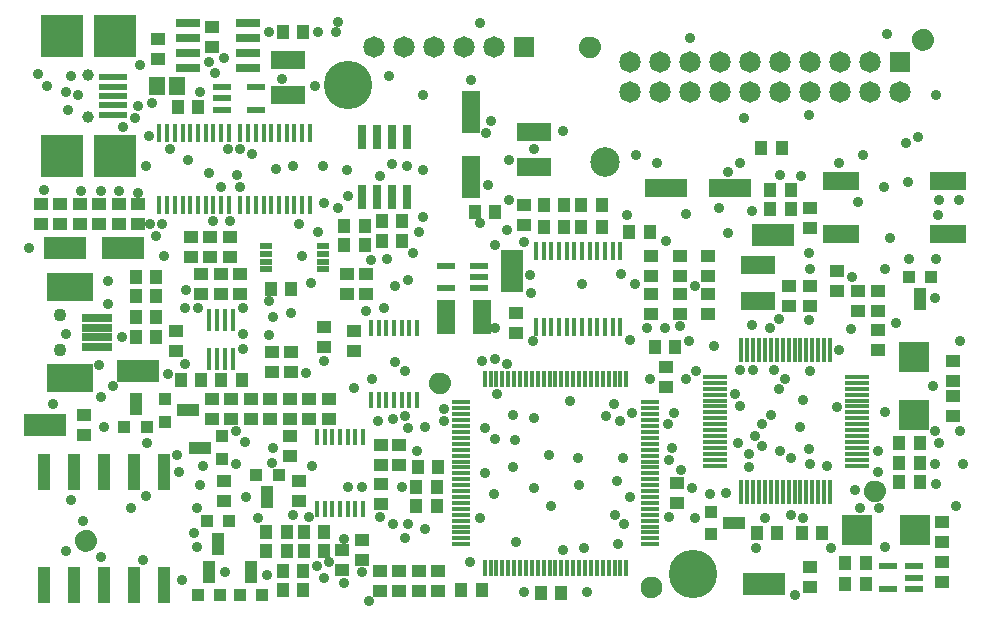
<source format=gbr>
G75*
G70*
%OFA0B0*%
%FSLAX24Y24*%
%IPPOS*%
%LPD*%
%AMOC8*
5,1,8,0,0,1.08239X$1,22.5*
%
%ADD10C,0.0400*%
%ADD11R,0.0631X0.0197*%
%ADD12R,0.0946X0.0237*%
%ADD13R,0.1418X0.1418*%
%ADD14C,0.0394*%
%ADD15R,0.0473X0.0434*%
%ADD16R,0.0631X0.0138*%
%ADD17R,0.0138X0.0532*%
%ADD18R,0.0985X0.0985*%
%ADD19R,0.0631X0.0237*%
%ADD20R,0.0138X0.0827*%
%ADD21R,0.0827X0.0138*%
%ADD22C,0.0434*%
%ADD23R,0.1536X0.0946*%
%ADD24R,0.1024X0.0257*%
%ADD25R,0.0182X0.0552*%
%ADD26R,0.0434X0.0473*%
%ADD27R,0.1182X0.0631*%
%ADD28R,0.0715X0.0715*%
%ADD29C,0.0715*%
%ADD30R,0.0440X0.0440*%
%ADD31R,0.0440X0.0740*%
%ADD32R,0.0740X0.0440*%
%ADD33R,0.0158X0.0631*%
%ADD34R,0.0182X0.0591*%
%ADD35R,0.0552X0.0631*%
%ADD36R,0.0168X0.0749*%
%ADD37R,0.0300X0.0840*%
%ADD38R,0.0631X0.1182*%
%ADD39R,0.0442X0.0201*%
%ADD40R,0.0434X0.1221*%
%ADD41R,0.1221X0.0631*%
%ADD42R,0.1418X0.0631*%
%ADD43R,0.0631X0.1418*%
%ADD44R,0.0740X0.1390*%
%ADD45R,0.1390X0.0740*%
%ADD46C,0.0985*%
%ADD47R,0.0840X0.0300*%
%ADD48C,0.0357*%
%ADD49C,0.1615*%
D10*
X030949Y019967D02*
X030951Y019992D01*
X030957Y020017D01*
X030967Y020040D01*
X030981Y020062D01*
X030998Y020081D01*
X031017Y020097D01*
X031039Y020110D01*
X031063Y020119D01*
X031088Y020124D01*
X031113Y020125D01*
X031139Y020122D01*
X031163Y020115D01*
X031186Y020104D01*
X031207Y020089D01*
X031225Y020072D01*
X031241Y020051D01*
X031252Y020029D01*
X031260Y020005D01*
X031264Y019980D01*
X031264Y019954D01*
X031260Y019929D01*
X031252Y019905D01*
X031241Y019883D01*
X031225Y019862D01*
X031207Y019845D01*
X031186Y019830D01*
X031163Y019819D01*
X031139Y019812D01*
X031113Y019809D01*
X031088Y019810D01*
X031063Y019815D01*
X031039Y019824D01*
X031017Y019837D01*
X030998Y019853D01*
X030981Y019872D01*
X030967Y019894D01*
X030957Y019917D01*
X030951Y019942D01*
X030949Y019967D01*
X019849Y019717D02*
X019851Y019742D01*
X019857Y019767D01*
X019867Y019790D01*
X019881Y019812D01*
X019898Y019831D01*
X019917Y019847D01*
X019939Y019860D01*
X019963Y019869D01*
X019988Y019874D01*
X020013Y019875D01*
X020039Y019872D01*
X020063Y019865D01*
X020086Y019854D01*
X020107Y019839D01*
X020125Y019822D01*
X020141Y019801D01*
X020152Y019779D01*
X020160Y019755D01*
X020164Y019730D01*
X020164Y019704D01*
X020160Y019679D01*
X020152Y019655D01*
X020141Y019633D01*
X020125Y019612D01*
X020107Y019595D01*
X020086Y019580D01*
X020063Y019569D01*
X020039Y019562D01*
X020013Y019559D01*
X019988Y019560D01*
X019963Y019565D01*
X019939Y019574D01*
X019917Y019587D01*
X019898Y019603D01*
X019881Y019622D01*
X019867Y019644D01*
X019857Y019667D01*
X019851Y019692D01*
X019849Y019717D01*
X014849Y008517D02*
X014851Y008542D01*
X014857Y008567D01*
X014867Y008590D01*
X014881Y008612D01*
X014898Y008631D01*
X014917Y008647D01*
X014939Y008660D01*
X014963Y008669D01*
X014988Y008674D01*
X015013Y008675D01*
X015039Y008672D01*
X015063Y008665D01*
X015086Y008654D01*
X015107Y008639D01*
X015125Y008622D01*
X015141Y008601D01*
X015152Y008579D01*
X015160Y008555D01*
X015164Y008530D01*
X015164Y008504D01*
X015160Y008479D01*
X015152Y008455D01*
X015141Y008433D01*
X015125Y008412D01*
X015107Y008395D01*
X015086Y008380D01*
X015063Y008369D01*
X015039Y008362D01*
X015013Y008359D01*
X014988Y008360D01*
X014963Y008365D01*
X014939Y008374D01*
X014917Y008387D01*
X014898Y008403D01*
X014881Y008422D01*
X014867Y008444D01*
X014857Y008467D01*
X014851Y008492D01*
X014849Y008517D01*
X021899Y001717D02*
X021901Y001742D01*
X021907Y001767D01*
X021917Y001790D01*
X021931Y001812D01*
X021948Y001831D01*
X021967Y001847D01*
X021989Y001860D01*
X022013Y001869D01*
X022038Y001874D01*
X022063Y001875D01*
X022089Y001872D01*
X022113Y001865D01*
X022136Y001854D01*
X022157Y001839D01*
X022175Y001822D01*
X022191Y001801D01*
X022202Y001779D01*
X022210Y001755D01*
X022214Y001730D01*
X022214Y001704D01*
X022210Y001679D01*
X022202Y001655D01*
X022191Y001633D01*
X022175Y001612D01*
X022157Y001595D01*
X022136Y001580D01*
X022113Y001569D01*
X022089Y001562D01*
X022063Y001559D01*
X022038Y001560D01*
X022013Y001565D01*
X021989Y001574D01*
X021967Y001587D01*
X021948Y001603D01*
X021931Y001622D01*
X021917Y001644D01*
X021907Y001667D01*
X021901Y001692D01*
X021899Y001717D01*
X029349Y004917D02*
X029351Y004942D01*
X029357Y004967D01*
X029367Y004990D01*
X029381Y005012D01*
X029398Y005031D01*
X029417Y005047D01*
X029439Y005060D01*
X029463Y005069D01*
X029488Y005074D01*
X029513Y005075D01*
X029539Y005072D01*
X029563Y005065D01*
X029586Y005054D01*
X029607Y005039D01*
X029625Y005022D01*
X029641Y005001D01*
X029652Y004979D01*
X029660Y004955D01*
X029664Y004930D01*
X029664Y004904D01*
X029660Y004879D01*
X029652Y004855D01*
X029641Y004833D01*
X029625Y004812D01*
X029607Y004795D01*
X029586Y004780D01*
X029563Y004769D01*
X029539Y004762D01*
X029513Y004759D01*
X029488Y004760D01*
X029463Y004765D01*
X029439Y004774D01*
X029417Y004787D01*
X029398Y004803D01*
X029381Y004822D01*
X029367Y004844D01*
X029357Y004867D01*
X029351Y004892D01*
X029349Y004917D01*
X003049Y003267D02*
X003051Y003292D01*
X003057Y003317D01*
X003067Y003340D01*
X003081Y003362D01*
X003098Y003381D01*
X003117Y003397D01*
X003139Y003410D01*
X003163Y003419D01*
X003188Y003424D01*
X003213Y003425D01*
X003239Y003422D01*
X003263Y003415D01*
X003286Y003404D01*
X003307Y003389D01*
X003325Y003372D01*
X003341Y003351D01*
X003352Y003329D01*
X003360Y003305D01*
X003364Y003280D01*
X003364Y003254D01*
X003360Y003229D01*
X003352Y003205D01*
X003341Y003183D01*
X003325Y003162D01*
X003307Y003145D01*
X003286Y003130D01*
X003263Y003119D01*
X003239Y003112D01*
X003213Y003109D01*
X003188Y003110D01*
X003163Y003115D01*
X003139Y003124D01*
X003117Y003137D01*
X003098Y003153D01*
X003081Y003172D01*
X003067Y003194D01*
X003057Y003217D01*
X003051Y003242D01*
X003049Y003267D01*
D11*
X015195Y011697D03*
X015195Y012445D03*
X016317Y012445D03*
X016317Y012071D03*
X016317Y011697D03*
X008869Y017639D03*
X008869Y018387D03*
X007747Y018387D03*
X007747Y018013D03*
X007747Y017639D03*
D12*
X004094Y017779D03*
X004094Y017464D03*
X004094Y018094D03*
X004094Y018409D03*
X004094Y018724D03*
D13*
X004173Y020102D03*
X002401Y020102D03*
X002401Y016086D03*
X004173Y016086D03*
D14*
X003287Y017405D03*
X003287Y018783D03*
D15*
X005607Y019332D03*
X005607Y020001D03*
X007407Y019732D03*
X007407Y020401D03*
X004957Y014501D03*
X004307Y014501D03*
X003657Y014501D03*
X003007Y014501D03*
X002357Y014501D03*
X001707Y014501D03*
X001707Y013832D03*
X002357Y013832D03*
X003007Y013832D03*
X003657Y013832D03*
X004307Y013832D03*
X004957Y013832D03*
X006707Y013401D03*
X007357Y013401D03*
X008007Y013401D03*
X008007Y012732D03*
X007357Y012732D03*
X006707Y012732D03*
X007057Y012151D03*
X007707Y012151D03*
X008357Y012151D03*
X008357Y011482D03*
X007707Y011482D03*
X007057Y011482D03*
X006207Y010251D03*
X006207Y009582D03*
X007407Y008001D03*
X008057Y008001D03*
X008707Y008001D03*
X009357Y008001D03*
X010007Y008001D03*
X010657Y008001D03*
X011307Y008001D03*
X011307Y007332D03*
X010657Y007332D03*
X010007Y007332D03*
X010007Y006751D03*
X009357Y007332D03*
X008707Y007332D03*
X008057Y007332D03*
X007407Y007332D03*
X009407Y008882D03*
X010057Y008882D03*
X010057Y009551D03*
X009407Y009551D03*
X011157Y009732D03*
X011157Y010401D03*
X012157Y010251D03*
X012157Y009582D03*
X011907Y011482D03*
X012557Y011482D03*
X012557Y012151D03*
X011907Y012151D03*
X017557Y010851D03*
X017557Y010182D03*
X022057Y010832D03*
X022057Y011501D03*
X022057Y012082D03*
X022057Y012751D03*
X023007Y012751D03*
X023007Y012082D03*
X023007Y011501D03*
X023007Y010832D03*
X023957Y010832D03*
X023957Y011501D03*
X023957Y012082D03*
X023957Y012751D03*
X026657Y011751D03*
X027357Y011751D03*
X028257Y011582D03*
X028957Y011601D03*
X029607Y011601D03*
X029607Y010932D03*
X028957Y010932D03*
X029607Y010301D03*
X029607Y009632D03*
X027357Y011082D03*
X026657Y011082D03*
X028257Y012251D03*
X027357Y013682D03*
X027357Y014351D03*
X032107Y009251D03*
X032107Y008582D03*
X032107Y008101D03*
X032107Y007432D03*
X031757Y003901D03*
X031757Y003232D03*
X031757Y002551D03*
X031757Y001882D03*
X027357Y001732D03*
X027357Y002401D03*
X022907Y004532D03*
X022907Y005201D03*
X022557Y008382D03*
X022557Y009051D03*
X017807Y013782D03*
X017807Y014451D03*
X013657Y006451D03*
X013057Y006451D03*
X013057Y005782D03*
X013657Y005782D03*
X013057Y005151D03*
X013057Y004482D03*
X012407Y003301D03*
X011757Y002951D03*
X012407Y002632D03*
X013007Y002251D03*
X013657Y002251D03*
X014307Y002251D03*
X014957Y002251D03*
X014957Y001582D03*
X014307Y001582D03*
X013657Y001582D03*
X013007Y001582D03*
X011757Y002282D03*
X010307Y004582D03*
X010307Y005251D03*
X010007Y006082D03*
X007807Y005251D03*
X007807Y004582D03*
X003157Y006782D03*
X003157Y007451D03*
D16*
X015707Y007485D03*
X015707Y007288D03*
X015707Y007092D03*
X015707Y006895D03*
X015707Y006698D03*
X015707Y006501D03*
X015707Y006304D03*
X015707Y006107D03*
X015707Y005910D03*
X015707Y005714D03*
X015707Y005517D03*
X015707Y005320D03*
X015707Y005123D03*
X015707Y004926D03*
X015707Y004729D03*
X015707Y004533D03*
X015707Y004336D03*
X015707Y004139D03*
X015707Y003942D03*
X015707Y003745D03*
X015707Y003548D03*
X015707Y003351D03*
X015707Y003155D03*
X022006Y003155D03*
X022006Y003351D03*
X022006Y003548D03*
X022006Y003745D03*
X022006Y003942D03*
X022006Y004139D03*
X022006Y004336D03*
X022006Y004533D03*
X022006Y004729D03*
X022006Y004926D03*
X022006Y005123D03*
X022006Y005320D03*
X022006Y005517D03*
X022006Y005714D03*
X022006Y005910D03*
X022006Y006107D03*
X022006Y006304D03*
X022006Y006501D03*
X022006Y006698D03*
X022006Y006895D03*
X022006Y007092D03*
X022006Y007288D03*
X022006Y007485D03*
X022006Y007682D03*
X022006Y007879D03*
X015707Y007879D03*
X015707Y007682D03*
D17*
X016494Y008666D03*
X016691Y008666D03*
X016888Y008666D03*
X017085Y008666D03*
X017282Y008666D03*
X017479Y008666D03*
X017676Y008666D03*
X017872Y008666D03*
X018069Y008666D03*
X018266Y008666D03*
X018463Y008666D03*
X018660Y008666D03*
X018857Y008666D03*
X019054Y008666D03*
X019250Y008666D03*
X019447Y008666D03*
X019644Y008666D03*
X019841Y008666D03*
X020038Y008666D03*
X020235Y008666D03*
X020431Y008666D03*
X020628Y008666D03*
X020825Y008666D03*
X021022Y008666D03*
X021219Y008666D03*
X021219Y002367D03*
X021022Y002367D03*
X020825Y002367D03*
X020628Y002367D03*
X020431Y002367D03*
X020235Y002367D03*
X020038Y002367D03*
X019841Y002367D03*
X019644Y002367D03*
X019447Y002367D03*
X019250Y002367D03*
X019054Y002367D03*
X018857Y002367D03*
X018660Y002367D03*
X018463Y002367D03*
X018266Y002367D03*
X018069Y002367D03*
X017872Y002367D03*
X017676Y002367D03*
X017479Y002367D03*
X017282Y002367D03*
X017085Y002367D03*
X016888Y002367D03*
X016691Y002367D03*
X016494Y002367D03*
D18*
X028906Y003617D03*
X030835Y003617D03*
X030807Y007466D03*
X030807Y009396D03*
D19*
X030807Y002415D03*
X030807Y002041D03*
X030807Y001667D03*
X029941Y001667D03*
X029941Y002415D03*
D20*
X028007Y004892D03*
X027810Y004892D03*
X027613Y004892D03*
X027416Y004892D03*
X027219Y004892D03*
X027022Y004892D03*
X026826Y004892D03*
X026629Y004892D03*
X026432Y004892D03*
X026235Y004892D03*
X026038Y004892D03*
X025841Y004892D03*
X025644Y004892D03*
X025448Y004892D03*
X025251Y004892D03*
X025054Y004892D03*
X025054Y009617D03*
X025251Y009617D03*
X025448Y009617D03*
X025644Y009617D03*
X025841Y009617D03*
X026038Y009617D03*
X026235Y009617D03*
X026432Y009617D03*
X026629Y009617D03*
X026826Y009617D03*
X027022Y009617D03*
X027219Y009617D03*
X027416Y009617D03*
X027613Y009617D03*
X027810Y009617D03*
X028007Y009617D03*
D21*
X028893Y008731D03*
X028893Y008534D03*
X028893Y008337D03*
X028893Y008140D03*
X028893Y007944D03*
X028893Y007747D03*
X028893Y007550D03*
X028893Y007353D03*
X028893Y007156D03*
X028893Y006959D03*
X028893Y006762D03*
X028893Y006566D03*
X028893Y006369D03*
X028893Y006172D03*
X028893Y005975D03*
X028893Y005778D03*
X024168Y005778D03*
X024168Y005975D03*
X024168Y006172D03*
X024168Y006369D03*
X024168Y006566D03*
X024168Y006762D03*
X024168Y006959D03*
X024168Y007156D03*
X024168Y007353D03*
X024168Y007550D03*
X024168Y007747D03*
X024168Y007944D03*
X024168Y008140D03*
X024168Y008337D03*
X024168Y008534D03*
X024168Y008731D03*
D22*
X002324Y009626D03*
X002324Y010807D03*
D23*
X002659Y011733D03*
X002659Y008701D03*
D24*
X003564Y009744D03*
X003564Y010059D03*
X003564Y010374D03*
X003564Y010689D03*
D25*
X010907Y006716D03*
X011163Y006716D03*
X011419Y006716D03*
X011674Y006716D03*
X011930Y006716D03*
X012186Y006716D03*
X012442Y006716D03*
X012707Y007967D03*
X012963Y007967D03*
X013219Y007967D03*
X013474Y007967D03*
X013730Y007967D03*
X013986Y007967D03*
X014242Y007967D03*
X014242Y010366D03*
X013986Y010366D03*
X013730Y010366D03*
X013474Y010366D03*
X013219Y010366D03*
X012963Y010366D03*
X012707Y010366D03*
X012442Y004317D03*
X012186Y004317D03*
X011930Y004317D03*
X011674Y004317D03*
X011419Y004317D03*
X011163Y004317D03*
X010907Y004317D03*
D26*
X011141Y003567D03*
X010472Y003567D03*
X009891Y003567D03*
X009222Y003567D03*
X009222Y002917D03*
X009891Y002917D03*
X010472Y002917D03*
X011141Y002917D03*
X010441Y002267D03*
X009772Y002267D03*
X009772Y001617D03*
X010441Y001617D03*
X014222Y004417D03*
X014891Y004417D03*
X014891Y005067D03*
X014222Y005067D03*
X014272Y005717D03*
X014941Y005717D03*
X015722Y001617D03*
X016391Y001617D03*
X018372Y001517D03*
X019041Y001517D03*
X025572Y003517D03*
X026241Y003517D03*
X027072Y003517D03*
X027741Y003517D03*
X028522Y002517D03*
X029191Y002517D03*
X029191Y001817D03*
X028522Y001817D03*
X030322Y005217D03*
X030991Y005217D03*
X030991Y005867D03*
X030322Y005867D03*
X030322Y006517D03*
X030991Y006517D03*
X022841Y009717D03*
X022172Y009717D03*
X021991Y013567D03*
X021322Y013567D03*
X020391Y013717D03*
X019722Y013717D03*
X019141Y013717D03*
X018472Y013717D03*
X018472Y014467D03*
X019141Y014467D03*
X019722Y014467D03*
X020391Y014467D03*
X016841Y014217D03*
X016172Y014217D03*
X013741Y013917D03*
X013072Y013917D03*
X012491Y013767D03*
X011822Y013767D03*
X011822Y013117D03*
X012491Y013117D03*
X013072Y013267D03*
X013741Y013267D03*
X010041Y011667D03*
X009372Y011667D03*
X005541Y011417D03*
X004872Y011417D03*
X004872Y012067D03*
X005541Y012067D03*
X005541Y010717D03*
X004872Y010717D03*
X004872Y010067D03*
X005541Y010067D03*
X006372Y008617D03*
X007041Y008617D03*
X007722Y008617D03*
X008391Y008617D03*
X006941Y017717D03*
X006272Y017717D03*
X009772Y020217D03*
X010441Y020217D03*
X025722Y016367D03*
X026391Y016367D03*
X026691Y014967D03*
X026022Y014967D03*
X026022Y014317D03*
X026691Y014317D03*
D27*
X025607Y012457D03*
X025607Y011276D03*
X018157Y015726D03*
X018157Y016907D03*
X009957Y018126D03*
X009957Y019307D03*
D28*
X017807Y019717D03*
X030357Y019217D03*
D29*
X029357Y019217D03*
X028357Y019217D03*
X027357Y019217D03*
X026357Y019217D03*
X025357Y019217D03*
X024357Y019217D03*
X023357Y019217D03*
X022357Y019217D03*
X021357Y019217D03*
X021357Y018217D03*
X022357Y018217D03*
X023357Y018217D03*
X024357Y018217D03*
X025357Y018217D03*
X026357Y018217D03*
X027357Y018217D03*
X028357Y018217D03*
X029357Y018217D03*
X030357Y018217D03*
X016807Y019717D03*
X015807Y019717D03*
X014807Y019717D03*
X013807Y019717D03*
X012807Y019717D03*
D30*
X005857Y007987D03*
X005857Y007237D03*
X005237Y007067D03*
X004487Y007067D03*
X007757Y006747D03*
X007757Y005997D03*
X008877Y005467D03*
X009627Y005467D03*
X007977Y003917D03*
X007227Y003917D03*
X006937Y001467D03*
X007687Y001467D03*
X008337Y001467D03*
X009087Y001467D03*
X024057Y003487D03*
X024057Y004237D03*
X030627Y012067D03*
X031377Y012067D03*
D31*
X031002Y011317D03*
X009252Y004717D03*
X007602Y003167D03*
X007312Y002217D03*
X008712Y002217D03*
X004862Y007817D03*
D32*
X006607Y007612D03*
X007007Y006372D03*
X024807Y003862D03*
D33*
X021020Y010407D03*
X020764Y010407D03*
X020508Y010407D03*
X020252Y010407D03*
X019996Y010407D03*
X019741Y010407D03*
X019485Y010407D03*
X019229Y010407D03*
X018973Y010407D03*
X018717Y010407D03*
X018461Y010407D03*
X018205Y010407D03*
X018205Y012927D03*
X018461Y012927D03*
X018717Y012927D03*
X018973Y012927D03*
X019229Y012927D03*
X019485Y012927D03*
X019741Y012927D03*
X019996Y012927D03*
X020252Y012927D03*
X020508Y012927D03*
X020764Y012927D03*
X021020Y012927D03*
D34*
X010660Y014467D03*
X010404Y014467D03*
X010148Y014467D03*
X009892Y014467D03*
X009636Y014467D03*
X009380Y014467D03*
X009124Y014467D03*
X008869Y014467D03*
X008613Y014467D03*
X008357Y014467D03*
X007960Y014467D03*
X007704Y014467D03*
X007448Y014467D03*
X007192Y014467D03*
X006936Y014467D03*
X006680Y014467D03*
X006424Y014467D03*
X006169Y014467D03*
X005913Y014467D03*
X005657Y014467D03*
X005657Y016866D03*
X005913Y016866D03*
X006169Y016866D03*
X006424Y016866D03*
X006680Y016866D03*
X006936Y016866D03*
X007192Y016866D03*
X007448Y016866D03*
X007704Y016866D03*
X007960Y016866D03*
X008357Y016866D03*
X008613Y016866D03*
X008869Y016866D03*
X009124Y016866D03*
X009380Y016866D03*
X009636Y016866D03*
X009892Y016866D03*
X010148Y016866D03*
X010404Y016866D03*
X010660Y016866D03*
D35*
X006241Y018417D03*
X005572Y018417D03*
D36*
X007323Y010616D03*
X007579Y010616D03*
X007835Y010616D03*
X008091Y010616D03*
X008091Y009317D03*
X007835Y009317D03*
X007579Y009317D03*
X007323Y009317D03*
D37*
X012407Y014717D03*
X012907Y014717D03*
X013407Y014717D03*
X013907Y014717D03*
X013907Y016717D03*
X013407Y016717D03*
X012907Y016717D03*
X012407Y016717D03*
D38*
X015216Y010717D03*
X016397Y010717D03*
D39*
X011107Y012317D03*
X011107Y012573D03*
X011107Y012829D03*
X011107Y013084D03*
X009217Y013084D03*
X009217Y012829D03*
X009217Y012573D03*
X009217Y012317D03*
D40*
X001807Y001785D03*
X002807Y001785D03*
X003807Y001785D03*
X004807Y001785D03*
X005807Y001785D03*
X005807Y005549D03*
X004807Y005549D03*
X003807Y005549D03*
X002807Y005549D03*
X001807Y005549D03*
D41*
X028385Y013481D03*
X028385Y015253D03*
X031928Y015253D03*
X031928Y013481D03*
D42*
X024689Y015017D03*
X022524Y015017D03*
D43*
X016057Y015384D03*
X016057Y017549D03*
D44*
X017407Y012267D03*
D45*
X026107Y013467D03*
X025807Y001817D03*
X004957Y008917D03*
X001857Y007117D03*
X002507Y013017D03*
X004457Y013017D03*
D46*
X020521Y015902D03*
D47*
X008607Y019017D03*
X008607Y019517D03*
X008607Y020017D03*
X008607Y020517D03*
X006607Y020517D03*
X006607Y020017D03*
X006607Y019517D03*
X006607Y019017D03*
D48*
X007307Y019217D03*
X007507Y018867D03*
X007807Y019367D03*
X009307Y020217D03*
X010957Y020217D03*
X011557Y020217D03*
X011607Y020567D03*
X011957Y019067D03*
X012381Y018891D03*
X012557Y018467D03*
X012381Y018043D03*
X011957Y017867D03*
X011532Y018043D03*
X011357Y018467D03*
X010857Y018417D03*
X011532Y018891D03*
X013307Y018767D03*
X014457Y018117D03*
X016057Y018617D03*
X016707Y017267D03*
X016557Y016867D03*
X017307Y015967D03*
X018157Y016317D03*
X019107Y016917D03*
X021557Y016117D03*
X022257Y015867D03*
X024607Y015567D03*
X025007Y015867D03*
X026357Y015467D03*
X027057Y015417D03*
X028307Y015867D03*
X029107Y016117D03*
X030557Y016517D03*
X030957Y016717D03*
X031557Y018117D03*
X029907Y020167D03*
X027307Y017467D03*
X025157Y017367D03*
X023357Y020017D03*
X016357Y020517D03*
X009757Y018667D03*
X007007Y018217D03*
X005407Y017867D03*
X004957Y017767D03*
X004857Y017367D03*
X004457Y017067D03*
X005307Y016767D03*
X006007Y016317D03*
X006607Y015967D03*
X007307Y015517D03*
X007707Y015067D03*
X008357Y015067D03*
X008257Y015467D03*
X008757Y016167D03*
X008357Y016317D03*
X007957Y016317D03*
X009557Y015667D03*
X010107Y015767D03*
X011107Y015767D03*
X011907Y015617D03*
X013007Y015417D03*
X013407Y015817D03*
X013907Y015767D03*
X014457Y015617D03*
X014457Y014067D03*
X014307Y013567D03*
X014107Y012867D03*
X013257Y012667D03*
X012707Y012617D03*
X013507Y011767D03*
X013957Y011967D03*
X013157Y011017D03*
X012557Y010917D03*
X010707Y011867D03*
X010407Y012767D03*
X010957Y013567D03*
X010307Y013817D03*
X011157Y014517D03*
X011607Y014367D03*
X011957Y014767D03*
X008007Y013917D03*
X007457Y013917D03*
X005757Y013817D03*
X005357Y013817D03*
X005557Y013417D03*
X005807Y012767D03*
X006557Y011617D03*
X006507Y011017D03*
X006957Y011017D03*
X008457Y011017D03*
X009307Y011267D03*
X009457Y010717D03*
X010057Y010867D03*
X009307Y010117D03*
X008457Y010167D03*
X008457Y009667D03*
X006507Y009167D03*
X005957Y008817D03*
X004107Y008417D03*
X003707Y008067D03*
X003657Y009117D03*
X004407Y010067D03*
X003957Y011167D03*
X003957Y011917D03*
X002557Y010167D03*
X002107Y007817D03*
X003807Y007067D03*
X005257Y006517D03*
X006257Y006117D03*
X006307Y005567D03*
X007007Y005117D03*
X007107Y005767D03*
X008207Y005817D03*
X008507Y006567D03*
X008207Y006917D03*
X009457Y006367D03*
X009407Y005867D03*
X010757Y005767D03*
X011957Y005067D03*
X012407Y005067D03*
X013007Y004067D03*
X013457Y003817D03*
X013957Y003817D03*
X013857Y003367D03*
X014507Y003667D03*
X016007Y002567D03*
X017557Y003217D03*
X016357Y004017D03*
X016807Y004817D03*
X016507Y005517D03*
X017457Y005717D03*
X018157Y005017D03*
X018707Y004417D03*
X019657Y005117D03*
X020907Y005267D03*
X021357Y004717D03*
X020857Y004117D03*
X021157Y003817D03*
X020957Y003167D03*
X019807Y003017D03*
X019107Y002967D03*
X019907Y001567D03*
X017807Y001567D03*
X022857Y002167D03*
X023032Y002591D03*
X023457Y002767D03*
X023881Y002591D03*
X024057Y002167D03*
X023881Y001743D03*
X023457Y001567D03*
X023032Y001743D03*
X025557Y003017D03*
X025857Y004017D03*
X026707Y004117D03*
X027107Y004017D03*
X028057Y003017D03*
X029857Y003067D03*
X029657Y004367D03*
X029007Y004367D03*
X028857Y004967D03*
X029607Y005567D03*
X029607Y006267D03*
X029857Y007567D03*
X028257Y007717D03*
X027107Y007967D03*
X026307Y008317D03*
X026507Y008667D03*
X026157Y008967D03*
X025457Y008967D03*
X025007Y008967D03*
X024157Y009767D03*
X023307Y009917D03*
X023007Y010417D03*
X022507Y010367D03*
X021907Y010367D03*
X021357Y009967D03*
X022007Y008667D03*
X023207Y008667D03*
X023557Y008917D03*
X024857Y008167D03*
X025007Y007767D03*
X025757Y007167D03*
X026057Y007467D03*
X025507Y006767D03*
X024957Y006517D03*
X025307Y006167D03*
X025757Y006417D03*
X026357Y006267D03*
X026707Y006017D03*
X027307Y006317D03*
X027357Y005817D03*
X027907Y005767D03*
X027007Y007067D03*
X025307Y005717D03*
X024557Y004867D03*
X024007Y004817D03*
X023407Y005017D03*
X023057Y005617D03*
X022657Y005967D03*
X022757Y006367D03*
X022607Y007167D03*
X022807Y007517D03*
X021407Y007517D03*
X021007Y007267D03*
X020557Y007417D03*
X020807Y007817D03*
X019357Y007917D03*
X018157Y007367D03*
X017457Y007467D03*
X016907Y008167D03*
X017257Y009167D03*
X016857Y009317D03*
X016407Y009267D03*
X016857Y010367D03*
X018107Y009917D03*
X018057Y011517D03*
X018007Y012117D03*
X016857Y013117D03*
X017257Y013617D03*
X017807Y013217D03*
X016357Y013867D03*
X017307Y014617D03*
X016607Y015117D03*
X021057Y012167D03*
X021507Y011817D03*
X019757Y011817D03*
X022557Y013267D03*
X023207Y014167D03*
X024307Y014367D03*
X025407Y014267D03*
X024607Y013517D03*
X023507Y011767D03*
X025407Y010467D03*
X026007Y010367D03*
X026307Y010667D03*
X027307Y010617D03*
X028307Y009617D03*
X028707Y010317D03*
X030207Y010517D03*
X031507Y011367D03*
X031557Y012667D03*
X030657Y012667D03*
X029857Y012317D03*
X028757Y012067D03*
X027357Y012317D03*
X027307Y012867D03*
X028957Y014567D03*
X029807Y015067D03*
X030607Y015217D03*
X031657Y014617D03*
X031607Y014117D03*
X032307Y014617D03*
X030007Y013367D03*
X032357Y009917D03*
X031457Y008417D03*
X031507Y006917D03*
X031657Y006517D03*
X032357Y006917D03*
X032457Y005817D03*
X031507Y005817D03*
X031557Y005167D03*
X032207Y004417D03*
X026857Y001467D03*
X023507Y004017D03*
X022657Y004067D03*
X021107Y006017D03*
X019607Y006017D03*
X018657Y006117D03*
X017507Y006617D03*
X016857Y006667D03*
X016507Y007017D03*
X015157Y007267D03*
X014507Y007067D03*
X013957Y007017D03*
X013857Y007417D03*
X013457Y007317D03*
X012957Y007267D03*
X014257Y006267D03*
X013757Y005067D03*
X011807Y003317D03*
X011307Y002567D03*
X010907Y002417D03*
X011157Y002017D03*
X011807Y001867D03*
X012407Y002217D03*
X012657Y001267D03*
X009257Y002117D03*
X007857Y002217D03*
X006907Y003067D03*
X006807Y003517D03*
X006907Y004367D03*
X008557Y004717D03*
X008957Y004017D03*
X010107Y004117D03*
X010657Y004067D03*
X006407Y001967D03*
X005107Y002617D03*
X003707Y002717D03*
X002557Y002917D03*
X003107Y003917D03*
X002707Y004617D03*
X004707Y004367D03*
X005207Y004767D03*
X010557Y008867D03*
X011157Y009267D03*
X012157Y008367D03*
X012757Y008667D03*
X013507Y009217D03*
X013857Y008917D03*
X015157Y007667D03*
X021257Y014117D03*
X027357Y008917D03*
X005207Y015767D03*
X004957Y014867D03*
X004307Y014917D03*
X003707Y014917D03*
X003057Y014917D03*
X001807Y014967D03*
X001307Y013017D03*
X002607Y017617D03*
X002557Y018217D03*
X002957Y018117D03*
X002707Y018767D03*
X001907Y018417D03*
X001607Y018817D03*
X005007Y019117D03*
D49*
X011957Y018467D03*
X023457Y002167D03*
M02*

</source>
